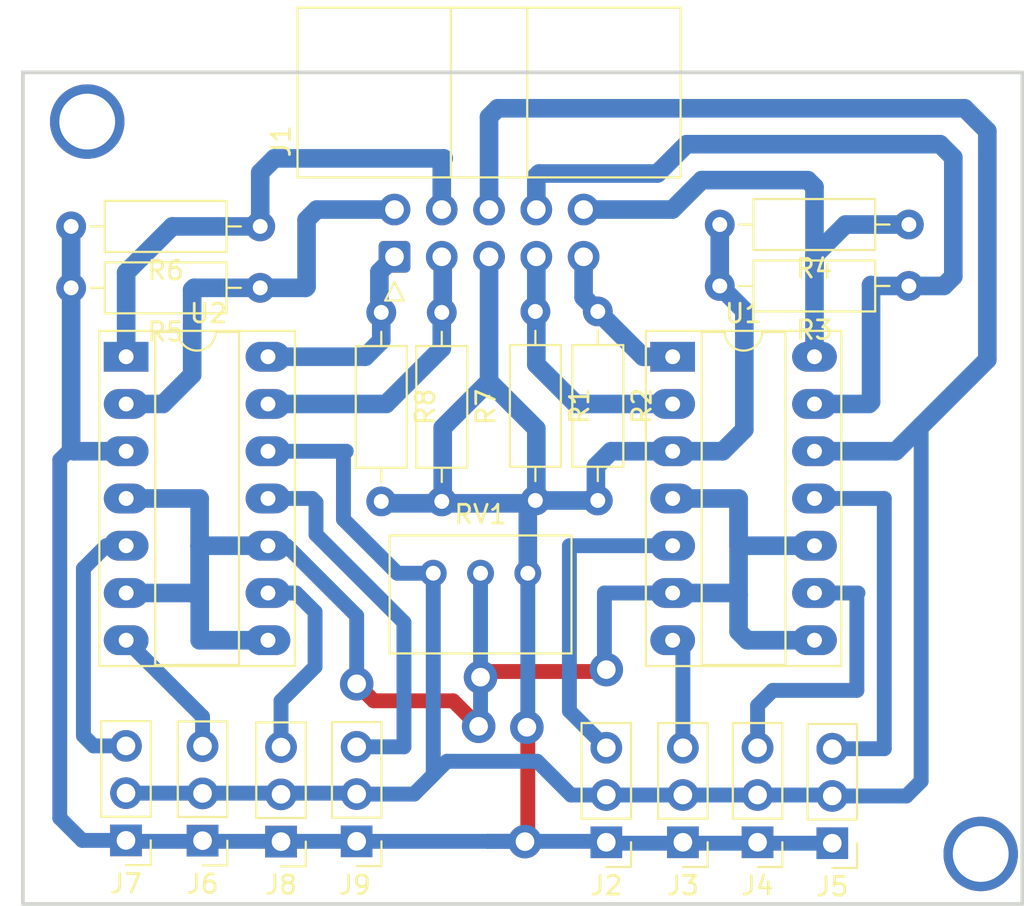
<source format=kicad_pcb>
(kicad_pcb (version 20221018) (generator pcbnew)
  (layers (0 "F.Cu" signal) (31 "B.Cu" signal) (34 "B.Paste" user) (35 "F.Paste" user) (36 "B.SilkS" user "B.Silkscreen") (37 "F.SilkS" user "F.Silkscreen") (38 "B.Mask" user) (39 "F.Mask" user) (44 "Edge.Cuts" user))
  (net 0 "")
  (net 1 "/S4")
  (net 2 "/S8")
  (net 3 "/S3")
  (net 4 "/S7")
  (net 5 "+5V")
  (net 6 "GND")
  (net 7 "/S2")
  (net 8 "/S6")
  (net 9 "/S1")
  (net 10 "/S5")
  (net 11 "/D2")
  (net 12 "/D1")
  (net 13 "/D6")
  (net 14 "/D5")
  (net 15 "/D4")
  (net 16 "/D3")
  (net 17 "/D7")
  (net 18 "/D8")
  (net 19 "/Vref")
  (net 20 "Net-(R4-Pad1)")
  (net 21 "Net-(R3-Pad1)")
  (footprint "Connector_PinHeader_2.54mm:PinHeader_1x03_P2.54mm_Vertical" (layer "F.Cu") (at 56.5404 61.65225 180)
    (fp_text reference "J5" (at 0 -2.33) (layer "F.SilkS"))
    (fp_text value "Conn_01x03_Male")
    (fp_line (start -1.33 -1.33) (end 0 -1.33) (stroke (width 0.12)) (layer "F.SilkS"))
    (fp_line (start -1.33 0) (end -1.33 -1.33) (stroke (width 0.12)) (layer "F.SilkS"))
    (fp_line (start -1.33 1.27) (end -1.33 6.41) (stroke (width 0.12)) (layer "F.SilkS"))
    (fp_line (start -1.33 1.27) (end 1.33 1.27) (stroke (width 0.12)) (layer "F.SilkS"))
    (fp_line (start -1.33 6.41) (end 1.33 6.41) (stroke (width 0.12)) (layer "F.SilkS"))
    (fp_line (start 1.33 1.27) (end 1.33 6.41) (stroke (width 0.12)) (layer "F.SilkS"))
    (pad "1" thru_hole rect (at 0 0 180) (size 1.7 1.7) (drill 1) (layers "*.Cu" "*.Mask") (net 5 "+5V"))
    (pad "2" thru_hole oval (at 0 2.54 180) (size 1.7 1.7) (drill 1) (layers "*.Cu" "*.Mask") (net 6 "GND"))
    (pad "3" thru_hole oval (at 0 5.08 180) (size 1.7 1.7) (drill 1) (layers "*.Cu" "*.Mask") (net 14 "/D5"))
  )
  (footprint "" (layer "F.Cu") (at 64.516 62.23)
    (fp_text reference "" (at 0 0) (layer "F.SilkS") (effects (font (size 1.27 1.27))))
    (fp_text value "" (at 0 0) (layer "F.SilkS") (effects (font (size 1.27 1.27))))
    (pad "1" thru_hole circle (at 0 0) (size 4 4) (drill 3) (layers "*.Cu" "*.Mask"))
  )
  (footprint "Resistor_THT:R_Axial_DIN0207_L6.3mm_D2.5mm_P10.16mm_Horizontal" (layer "F.Cu") (at 32.3088 33.11765 -90)
    (fp_text reference "R8" (at 5.08 -2.37 90) (layer "F.SilkS"))
    (fp_text value "R")
    (fp_line (start 1.04 0) (end 1.81 0) (stroke (width 0.12)) (layer "F.SilkS"))
    (fp_line (start 1.81 -1.37) (end 1.81 1.37) (stroke (width 0.12)) (layer "F.SilkS"))
    (fp_line (start 1.81 1.37) (end 8.35 1.37) (stroke (width 0.12)) (layer "F.SilkS"))
    (fp_line (start 8.35 -1.37) (end 1.81 -1.37) (stroke (width 0.12)) (layer "F.SilkS"))
    (fp_line (start 8.35 1.37) (end 8.35 -1.37) (stroke (width 0.12)) (layer "F.SilkS"))
    (fp_line (start 9.12 0) (end 8.35 0) (stroke (width 0.12)) (layer "F.SilkS"))
    (pad "1" thru_hole circle (at 0 0 270) (size 1.6 1.6) (drill 0.8) (layers "*.Cu" "*.Mask") (net 1 "/S4"))
    (pad "2" thru_hole oval (at 10.16 0 270) (size 1.6 1.6) (drill 0.8) (layers "*.Cu" "*.Mask") (net 5 "+5V"))
  )
  (footprint "Resistor_THT:R_Axial_DIN0207_L6.3mm_D2.5mm_P10.16mm_Horizontal" (layer "F.Cu") (at 40.5892 33.06685 -90)
    (fp_text reference "R1" (at 5.08 -2.37 90) (layer "F.SilkS"))
    (fp_text value "R")
    (fp_line (start 1.04 0) (end 1.81 0) (stroke (width 0.12)) (layer "F.SilkS"))
    (fp_line (start 1.81 -1.37) (end 1.81 1.37) (stroke (width 0.12)) (layer "F.SilkS"))
    (fp_line (start 1.81 1.37) (end 8.35 1.37) (stroke (width 0.12)) (layer "F.SilkS"))
    (fp_line (start 8.35 -1.37) (end 1.81 -1.37) (stroke (width 0.12)) (layer "F.SilkS"))
    (fp_line (start 8.35 1.37) (end 8.35 -1.37) (stroke (width 0.12)) (layer "F.SilkS"))
    (fp_line (start 9.12 0) (end 8.35 0) (stroke (width 0.12)) (layer "F.SilkS"))
    (pad "1" thru_hole circle (at 0 0 270) (size 1.6 1.6) (drill 0.8) (layers "*.Cu" "*.Mask") (net 7 "/S2"))
    (pad "2" thru_hole oval (at 10.16 0 270) (size 1.6 1.6) (drill 0.8) (layers "*.Cu" "*.Mask") (net 5 "+5V"))
  )
  (footprint "Connector_IDC:IDC-Header_2x05_P2.54mm_Horizontal" (layer "F.Cu") (at 33.02 30.12835 90)
    (fp_text reference "J1" (at 6.215 -6.1 90) (layer "F.SilkS"))
    (fp_text value "Control Sensores")
    (fp_line (start -2.35 -0.5) (end -2.35 0.5) (stroke (width 0.12)) (layer "F.SilkS"))
    (fp_line (start -2.35 0.5) (end -1.35 0) (stroke (width 0.12)) (layer "F.SilkS"))
    (fp_line (start -1.35 0) (end -2.35 -0.5) (stroke (width 0.12)) (layer "F.SilkS"))
    (fp_line (start 4.27 -5.21) (end 13.39 -5.21) (stroke (width 0.12)) (layer "F.SilkS"))
    (fp_line (start 4.27 3.03) (end 13.39 3.03) (stroke (width 0.12)) (layer "F.SilkS"))
    (fp_line (start 4.27 7.13) (end 13.39 7.13) (stroke (width 0.12)) (layer "F.SilkS"))
    (fp_line (start 4.27 15.37) (end 4.27 -5.21) (stroke (width 0.12)) (layer "F.SilkS"))
    (fp_line (start 13.39 -5.21) (end 13.39 15.37) (stroke (width 0.12)) (layer "F.SilkS"))
    (fp_line (start 13.39 15.37) (end 4.27 15.37) (stroke (width 0.12)) (layer "F.SilkS"))
    (pad "1" thru_hole roundrect (at 0 0 90) (size 1.7 1.7) (drill 1) (layers "*.Cu" "*.Mask") (roundrect_rratio 0.147059) (net 1 "/S4"))
    (pad "2" thru_hole circle (at 2.54 0 90) (size 1.7 1.7) (drill 1) (layers "*.Cu" "*.Mask") (net 2 "/S8"))
    (pad "3" thru_hole circle (at 0 2.54 90) (size 1.7 1.7) (drill 1) (layers "*.Cu" "*.Mask") (net 3 "/S3"))
    (pad "4" thru_hole circle (at 2.54 2.54 90) (size 1.7 1.7) (drill 1) (layers "*.Cu" "*.Mask") (net 4 "/S7"))
    (pad "5" thru_hole circle (at 0 5.08 90) (size 1.7 1.7) (drill 1) (layers "*.Cu" "*.Mask") (net 5 "+5V"))
    (pad "6" thru_hole circle (at 2.54 5.08 90) (size 1.7 1.7) (drill 1) (layers "*.Cu" "*.Mask") (net 6 "GND"))
    (pad "7" thru_hole circle (at 0 7.62 90) (size 1.7 1.7) (drill 1) (layers "*.Cu" "*.Mask") (net 7 "/S2"))
    (pad "8" thru_hole circle (at 2.54 7.62 90) (size 1.7 1.7) (drill 1) (layers "*.Cu" "*.Mask") (net 8 "/S6"))
    (pad "9" thru_hole circle (at 0 10.16 90) (size 1.7 1.7) (drill 1) (layers "*.Cu" "*.Mask") (net 9 "/S1"))
    (pad "10" thru_hole circle (at 2.54 10.16 90) (size 1.7 1.7) (drill 1) (layers "*.Cu" "*.Mask") (net 10 "/S5"))
  )
  (footprint "Package_DIP:DIP-14_W7.62mm_Socket_LongPads" (layer "F.Cu") (at 47.9652 35.50025)
    (fp_text reference "U1" (at 3.81 -2.33) (layer "F.SilkS"))
    (fp_text value "LM339")
    (fp_line (start -1.44 -1.39) (end -1.44 16.63) (stroke (width 0.12)) (layer "F.SilkS"))
    (fp_line (start -1.44 16.63) (end 9.06 16.63) (stroke (width 0.12)) (layer "F.SilkS"))
    (fp_line (start 1.56 -1.33) (end 1.56 16.57) (stroke (width 0.12)) (layer "F.SilkS"))
    (fp_line (start 1.56 16.57) (end 6.06 16.57) (stroke (width 0.12)) (layer "F.SilkS"))
    (fp_line (start 2.81 -1.33) (end 1.56 -1.33) (stroke (width 0.12)) (layer "F.SilkS"))
    (fp_line (start 6.06 -1.33) (end 4.81 -1.33) (stroke (width 0.12)) (layer "F.SilkS"))
    (fp_line (start 6.06 16.57) (end 6.06 -1.33) (stroke (width 0.12)) (layer "F.SilkS"))
    (fp_line (start 9.06 -1.39) (end -1.44 -1.39) (stroke (width 0.12)) (layer "F.SilkS"))
    (fp_line (start 9.06 16.63) (end 9.06 -1.39) (stroke (width 0.12)) (layer "F.SilkS"))
    (fp_arc (start 4.81 -1.33) (mid 3.81 -0.33) (end 2.81 -1.33) (stroke (width 0.12)) (layer "F.SilkS"))
    (pad "1" thru_hole rect (at 0 0) (size 2.4 1.6) (drill 0.8) (layers "*.Cu" "*.Mask") (net 9 "/S1"))
    (pad "2" thru_hole oval (at 0 2.54) (size 2.4 1.6) (drill 0.8) (layers "*.Cu" "*.Mask") (net 7 "/S2"))
    (pad "3" thru_hole oval (at 0 5.08) (size 2.4 1.6) (drill 0.8) (layers "*.Cu" "*.Mask") (net 5 "+5V"))
    (pad "4" thru_hole oval (at 0 7.62) (size 2.4 1.6) (drill 0.8) (layers "*.Cu" "*.Mask") (net 19 "/Vref"))
    (pad "5" thru_hole oval (at 0 10.16) (size 2.4 1.6) (drill 0.8) (layers "*.Cu" "*.Mask") (net 11 "/D2"))
    (pad "6" thru_hole oval (at 0 12.7) (size 2.4 1.6) (drill 0.8) (layers "*.Cu" "*.Mask") (net 19 "/Vref"))
    (pad "7" thru_hole oval (at 0 15.24) (size 2.4 1.6) (drill 0.8) (layers "*.Cu" "*.Mask") (net 12 "/D1"))
    (pad "8" thru_hole oval (at 7.62 15.24) (size 2.4 1.6) (drill 0.8) (layers "*.Cu" "*.Mask") (net 19 "/Vref"))
    (pad "9" thru_hole oval (at 7.62 12.7) (size 2.4 1.6) (drill 0.8) (layers "*.Cu" "*.Mask") (net 13 "/D6"))
    (pad "10" thru_hole oval (at 7.62 10.16) (size 2.4 1.6) (drill 0.8) (layers "*.Cu" "*.Mask") (net 19 "/Vref"))
    (pad "11" thru_hole oval (at 7.62 7.62) (size 2.4 1.6) (drill 0.8) (layers "*.Cu" "*.Mask") (net 14 "/D5"))
    (pad "12" thru_hole oval (at 7.62 5.08) (size 2.4 1.6) (drill 0.8) (layers "*.Cu" "*.Mask") (net 6 "GND"))
    (pad "13" thru_hole oval (at 7.62 2.54) (size 2.4 1.6) (drill 0.8) (layers "*.Cu" "*.Mask") (net 21 "Net-(R3-Pad1)"))
    (pad "14" thru_hole oval (at 7.62 0) (size 2.4 1.6) (drill 0.8) (layers "*.Cu" "*.Mask") (net 20 "Net-(R4-Pad1)"))
  )
  (footprint "" (layer "F.Cu") (at 16.51 22.86)
    (fp_text reference "" (at 0 0) (layer "F.SilkS") (effects (font (size 1.27 1.27))))
    (fp_text value "" (at 0 0) (layer "F.SilkS") (effects (font (size 1.27 1.27))))
    (pad "1" thru_hole circle (at 0 0) (size 4 4) (drill 3) (layers "*.Cu" "*.Mask"))
  )
  (footprint "Connector_PinHeader_2.54mm:PinHeader_1x03_P2.54mm_Vertical" (layer "F.Cu") (at 52.5272 61.60145 180)
    (fp_text reference "J4" (at 0 -2.33) (layer "F.SilkS"))
    (fp_text value "Conn_01x03_Male")
    (fp_line (start -1.33 -1.33) (end 0 -1.33) (stroke (width 0.12)) (layer "F.SilkS"))
    (fp_line (start -1.33 0) (end -1.33 -1.33) (stroke (width 0.12)) (layer "F.SilkS"))
    (fp_line (start -1.33 1.27) (end -1.33 6.41) (stroke (width 0.12)) (layer "F.SilkS"))
    (fp_line (start -1.33 1.27) (end 1.33 1.27) (stroke (width 0.12)) (layer "F.SilkS"))
    (fp_line (start -1.33 6.41) (end 1.33 6.41) (stroke (width 0.12)) (layer "F.SilkS"))
    (fp_line (start 1.33 1.27) (end 1.33 6.41) (stroke (width 0.12)) (layer "F.SilkS"))
    (pad "1" thru_hole rect (at 0 0 180) (size 1.7 1.7) (drill 1) (layers "*.Cu" "*.Mask") (net 5 "+5V"))
    (pad "2" thru_hole oval (at 0 2.54 180) (size 1.7 1.7) (drill 1) (layers "*.Cu" "*.Mask") (net 6 "GND"))
    (pad "3" thru_hole oval (at 0 5.08 180) (size 1.7 1.7) (drill 1) (layers "*.Cu" "*.Mask") (net 13 "/D6"))
  )
  (footprint "Resistor_THT:R_Axial_DIN0207_L6.3mm_D2.5mm_P10.16mm_Horizontal" (layer "F.Cu") (at 25.8064 28.49485 180)
    (fp_text reference "R6" (at 5.08 -2.37) (layer "F.SilkS"))
    (fp_text value "R")
    (fp_line (start 1.04 0) (end 1.81 0) (stroke (width 0.12)) (layer "F.SilkS"))
    (fp_line (start 1.81 -1.37) (end 1.81 1.37) (stroke (width 0.12)) (layer "F.SilkS"))
    (fp_line (start 1.81 1.37) (end 8.35 1.37) (stroke (width 0.12)) (layer "F.SilkS"))
    (fp_line (start 8.35 -1.37) (end 1.81 -1.37) (stroke (width 0.12)) (layer "F.SilkS"))
    (fp_line (start 8.35 1.37) (end 8.35 -1.37) (stroke (width 0.12)) (layer "F.SilkS"))
    (fp_line (start 9.12 0) (end 8.35 0) (stroke (width 0.12)) (layer "F.SilkS"))
    (pad "1" thru_hole circle (at 0 0 180) (size 1.6 1.6) (drill 0.8) (layers "*.Cu" "*.Mask") (net 4 "/S7"))
    (pad "2" thru_hole oval (at 10.16 0 180) (size 1.6 1.6) (drill 0.8) (layers "*.Cu" "*.Mask") (net 5 "+5V"))
  )
  (footprint "Connector_PinHeader_2.54mm:PinHeader_1x03_P2.54mm_Vertical" (layer "F.Cu") (at 22.7076 61.51485 180)
    (fp_text reference "J6" (at 0 -2.33) (layer "F.SilkS"))
    (fp_text value "Conn_01x03_Male")
    (fp_line (start -1.33 -1.33) (end 0 -1.33) (stroke (width 0.12)) (layer "F.SilkS"))
    (fp_line (start -1.33 0) (end -1.33 -1.33) (stroke (width 0.12)) (layer "F.SilkS"))
    (fp_line (start -1.33 1.27) (end -1.33 6.41) (stroke (width 0.12)) (layer "F.SilkS"))
    (fp_line (start -1.33 1.27) (end 1.33 1.27) (stroke (width 0.12)) (layer "F.SilkS"))
    (fp_line (start -1.33 6.41) (end 1.33 6.41) (stroke (width 0.12)) (layer "F.SilkS"))
    (fp_line (start 1.33 1.27) (end 1.33 6.41) (stroke (width 0.12)) (layer "F.SilkS"))
    (pad "1" thru_hole rect (at 0 0 180) (size 1.7 1.7) (drill 1) (layers "*.Cu" "*.Mask") (net 5 "+5V"))
    (pad "2" thru_hole oval (at 0 2.54 180) (size 1.7 1.7) (drill 1) (layers "*.Cu" "*.Mask") (net 6 "GND"))
    (pad "3" thru_hole oval (at 0 5.08 180) (size 1.7 1.7) (drill 1) (layers "*.Cu" "*.Mask") (net 15 "/D4"))
  )
  (footprint "Resistor_THT:R_Axial_DIN0207_L6.3mm_D2.5mm_P10.16mm_Horizontal" (layer "F.Cu") (at 60.6552 31.69525 180)
    (fp_text reference "R3" (at 5.08 -2.37) (layer "F.SilkS"))
    (fp_text value "R")
    (fp_line (start 1.04 0) (end 1.81 0) (stroke (width 0.12)) (layer "F.SilkS"))
    (fp_line (start 1.81 -1.37) (end 1.81 1.37) (stroke (width 0.12)) (layer "F.SilkS"))
    (fp_line (start 1.81 1.37) (end 8.35 1.37) (stroke (width 0.12)) (layer "F.SilkS"))
    (fp_line (start 8.35 -1.37) (end 1.81 -1.37) (stroke (width 0.12)) (layer "F.SilkS"))
    (fp_line (start 8.35 1.37) (end 8.35 -1.37) (stroke (width 0.12)) (layer "F.SilkS"))
    (fp_line (start 9.12 0) (end 8.35 0) (stroke (width 0.12)) (layer "F.SilkS"))
    (pad "1" thru_hole circle (at 0 0 180) (size 1.6 1.6) (drill 0.8) (layers "*.Cu" "*.Mask") (net 21 "Net-(R3-Pad1)"))
    (pad "2" thru_hole oval (at 10.16 0 180) (size 1.6 1.6) (drill 0.8) (layers "*.Cu" "*.Mask") (net 5 "+5V"))
  )
  (footprint "Resistor_THT:R_Axial_DIN0207_L6.3mm_D2.5mm_P10.16mm_Horizontal" (layer "F.Cu") (at 43.942 33.06685 -90)
    (fp_text reference "R2" (at 5.08 -2.37 90) (layer "F.SilkS"))
    (fp_text value "R")
    (fp_line (start 1.04 0) (end 1.81 0) (stroke (width 0.12)) (layer "F.SilkS"))
    (fp_line (start 1.81 -1.37) (end 1.81 1.37) (stroke (width 0.12)) (layer "F.SilkS"))
    (fp_line (start 1.81 1.37) (end 8.35 1.37) (stroke (width 0.12)) (layer "F.SilkS"))
    (fp_line (start 8.35 -1.37) (end 1.81 -1.37) (stroke (width 0.12)) (layer "F.SilkS"))
    (fp_line (start 8.35 1.37) (end 8.35 -1.37) (stroke (width 0.12)) (layer "F.SilkS"))
    (fp_line (start 9.12 0) (end 8.35 0) (stroke (width 0.12)) (layer "F.SilkS"))
    (pad "1" thru_hole circle (at 0 0 270) (size 1.6 1.6) (drill 0.8) (layers "*.Cu" "*.Mask") (net 9 "/S1"))
    (pad "2" thru_hole oval (at 10.16 0 270) (size 1.6 1.6) (drill 0.8) (layers "*.Cu" "*.Mask") (net 5 "+5V"))
  )
  (footprint "Resistor_THT:R_Axial_DIN0207_L6.3mm_D2.5mm_P10.16mm_Horizontal" (layer "F.Cu") (at 35.56 33.11765 -90)
    (fp_text reference "R7" (at 5.08 -2.37 90) (layer "F.SilkS"))
    (fp_text value "R")
    (fp_line (start 1.04 0) (end 1.81 0) (stroke (width 0.12)) (layer "F.SilkS"))
    (fp_line (start 1.81 -1.37) (end 1.81 1.37) (stroke (width 0.12)) (layer "F.SilkS"))
    (fp_line (start 1.81 1.37) (end 8.35 1.37) (stroke (width 0.12)) (layer "F.SilkS"))
    (fp_line (start 8.35 -1.37) (end 1.81 -1.37) (stroke (width 0.12)) (layer "F.SilkS"))
    (fp_line (start 8.35 1.37) (end 8.35 -1.37) (stroke (width 0.12)) (layer "F.SilkS"))
    (fp_line (start 9.12 0) (end 8.35 0) (stroke (width 0.12)) (layer "F.SilkS"))
    (pad "1" thru_hole circle (at 0 0 270) (size 1.6 1.6) (drill 0.8) (layers "*.Cu" "*.Mask") (net 3 "/S3"))
    (pad "2" thru_hole oval (at 10.16 0 270) (size 1.6 1.6) (drill 0.8) (layers "*.Cu" "*.Mask") (net 5 "+5V"))
  )
  (footprint "Connector_PinHeader_2.54mm:PinHeader_1x03_P2.54mm_Vertical" (layer "F.Cu") (at 26.924 61.56565 180)
    (fp_text reference "J8" (at 0 -2.33) (layer "F.SilkS"))
    (fp_text value "Conn_01x03_Male")
    (fp_line (start -1.33 -1.33) (end 0 -1.33) (stroke (width 0.12)) (layer "F.SilkS"))
    (fp_line (start -1.33 0) (end -1.33 -1.33) (stroke (width 0.12)) (layer "F.SilkS"))
    (fp_line (start -1.33 1.27) (end -1.33 6.41) (stroke (width 0.12)) (layer "F.SilkS"))
    (fp_line (start -1.33 1.27) (end 1.33 1.27) (stroke (width 0.12)) (layer "F.SilkS"))
    (fp_line (start -1.33 6.41) (end 1.33 6.41) (stroke (width 0.12)) (layer "F.SilkS"))
    (fp_line (start 1.33 1.27) (end 1.33 6.41) (stroke (width 0.12)) (layer "F.SilkS"))
    (pad "1" thru_hole rect (at 0 0 180) (size 1.7 1.7) (drill 1) (layers "*.Cu" "*.Mask") (net 5 "+5V"))
    (pad "2" thru_hole oval (at 0 2.54 180) (size 1.7 1.7) (drill 1) (layers "*.Cu" "*.Mask") (net 6 "GND"))
    (pad "3" thru_hole oval (at 0 5.08 180) (size 1.7 1.7) (drill 1) (layers "*.Cu" "*.Mask") (net 17 "/D7"))
  )
  (footprint "Connector_PinHeader_2.54mm:PinHeader_1x03_P2.54mm_Vertical" (layer "F.Cu") (at 48.514 61.60145 180)
    (fp_text reference "J3" (at 0 -2.33) (layer "F.SilkS"))
    (fp_text value "Conn_01x03_Male")
    (fp_line (start -1.33 -1.33) (end 0 -1.33) (stroke (width 0.12)) (layer "F.SilkS"))
    (fp_line (start -1.33 0) (end -1.33 -1.33) (stroke (width 0.12)) (layer "F.SilkS"))
    (fp_line (start -1.33 1.27) (end -1.33 6.41) (stroke (width 0.12)) (layer "F.SilkS"))
    (fp_line (start -1.33 1.27) (end 1.33 1.27) (stroke (width 0.12)) (layer "F.SilkS"))
    (fp_line (start -1.33 6.41) (end 1.33 6.41) (stroke (width 0.12)) (layer "F.SilkS"))
    (fp_line (start 1.33 1.27) (end 1.33 6.41) (stroke (width 0.12)) (layer "F.SilkS"))
    (pad "1" thru_hole rect (at 0 0 180) (size 1.7 1.7) (drill 1) (layers "*.Cu" "*.Mask") (net 5 "+5V"))
    (pad "2" thru_hole oval (at 0 2.54 180) (size 1.7 1.7) (drill 1) (layers "*.Cu" "*.Mask") (net 6 "GND"))
    (pad "3" thru_hole oval (at 0 5.08 180) (size 1.7 1.7) (drill 1) (layers "*.Cu" "*.Mask") (net 12 "/D1"))
  )
  (footprint "Resistor_THT:R_Axial_DIN0207_L6.3mm_D2.5mm_P10.16mm_Horizontal" (layer "F.Cu") (at 60.6552 28.39325 180)
    (fp_text reference "R4" (at 5.08 -2.37) (layer "F.SilkS"))
    (fp_text value "R")
    (fp_line (start 1.04 0) (end 1.81 0) (stroke (width 0.12)) (layer "F.SilkS"))
    (fp_line (start 1.81 -1.37) (end 1.81 1.37) (stroke (width 0.12)) (layer "F.SilkS"))
    (fp_line (start 1.81 1.37) (end 8.35 1.37) (stroke (width 0.12)) (layer "F.SilkS"))
    (fp_line (start 8.35 -1.37) (end 1.81 -1.37) (stroke (width 0.12)) (layer "F.SilkS"))
    (fp_line (start 8.35 1.37) (end 8.35 -1.37) (stroke (width 0.12)) (layer "F.SilkS"))
    (fp_line (start 9.12 0) (end 8.35 0) (stroke (width 0.12)) (layer "F.SilkS"))
    (pad "1" thru_hole circle (at 0 0 180) (size 1.6 1.6) (drill 0.8) (layers "*.Cu" "*.Mask") (net 20 "Net-(R4-Pad1)"))
    (pad "2" thru_hole oval (at 10.16 0 180) (size 1.6 1.6) (drill 0.8) (layers "*.Cu" "*.Mask") (net 5 "+5V"))
  )
  (footprint "Package_DIP:DIP-14_W7.62mm_Socket_LongPads" (layer "F.Cu") (at 18.6028 35.50025)
    (fp_text reference "U2" (at 4.4196 -2.33) (layer "F.SilkS"))
    (fp_text value "LM339")
    (fp_line (start -1.44 -1.39) (end -1.44 16.63) (stroke (width 0.12)) (layer "F.SilkS"))
    (fp_line (start -1.44 16.63) (end 9.06 16.63) (stroke (width 0.12)) (layer "F.SilkS"))
    (fp_line (start 1.56 -1.33) (end 1.56 16.57) (stroke (width 0.12)) (layer "F.SilkS"))
    (fp_line (start 1.56 16.57) (end 6.06 16.57) (stroke (width 0.12)) (layer "F.SilkS"))
    (fp_line (start 2.81 -1.33) (end 1.56 -1.33) (stroke (width 0.12)) (layer "F.SilkS"))
    (fp_line (start 6.06 -1.33) (end 4.81 -1.33) (stroke (width 0.12)) (layer "F.SilkS"))
    (fp_line (start 6.06 16.57) (end 6.06 -1.33) (stroke (width 0.12)) (layer "F.SilkS"))
    (fp_line (start 9.06 -1.39) (end -1.44 -1.39) (stroke (width 0.12)) (layer "F.SilkS"))
    (fp_line (start 9.06 16.63) (end 9.06 -1.39) (stroke (width 0.12)) (layer "F.SilkS"))
    (fp_arc (start 4.81 -1.33) (mid 3.81 -0.33) (end 2.81 -1.33) (stroke (width 0.12)) (layer "F.SilkS"))
    (pad "1" thru_hole rect (at 0 0) (size 2.4 1.6) (drill 0.8) (layers "*.Cu" "*.Mask") (net 4 "/S7"))
    (pad "2" thru_hole oval (at 0 2.54) (size 2.4 1.6) (drill 0.8) (layers "*.Cu" "*.Mask") (net 2 "/S8"))
    (pad "3" thru_hole oval (at 0 5.08) (size 2.4 1.6) (drill 0.8) (layers "*.Cu" "*.Mask") (net 5 "+5V"))
    (pad "4" thru_hole oval (at 0 7.62) (size 2.4 1.6) (drill 0.8) (layers "*.Cu" "*.Mask") (net 19 "/Vref"))
    (pad "5" thru_hole oval (at 0 10.16) (size 2.4 1.6) (drill 0.8) (layers "*.Cu" "*.Mask") (net 16 "/D3"))
    (pad "6" thru_hole oval (at 0 12.7) (size 2.4 1.6) (drill 0.8) (layers "*.Cu" "*.Mask") (net 19 "/Vref"))
    (pad "7" thru_hole oval (at 0 15.24) (size 2.4 1.6) (drill 0.8) (layers "*.Cu" "*.Mask") (net 15 "/D4"))
    (pad "8" thru_hole oval (at 7.62 15.24) (size 2.4 1.6) (drill 0.8) (layers "*.Cu" "*.Mask") (net 19 "/Vref"))
    (pad "9" thru_hole oval (at 7.62 12.7) (size 2.4 1.6) (drill 0.8) (layers "*.Cu" "*.Mask") (net 17 "/D7"))
    (pad "10" thru_hole oval (at 7.62 10.16) (size 2.4 1.6) (drill 0.8) (layers "*.Cu" "*.Mask") (net 19 "/Vref"))
    (pad "11" thru_hole oval (at 7.62 7.62) (size 2.4 1.6) (drill 0.8) (layers "*.Cu" "*.Mask") (net 18 "/D8"))
    (pad "12" thru_hole oval (at 7.62 5.08) (size 2.4 1.6) (drill 0.8) (layers "*.Cu" "*.Mask") (net 6 "GND"))
    (pad "13" thru_hole oval (at 7.62 2.54) (size 2.4 1.6) (drill 0.8) (layers "*.Cu" "*.Mask") (net 3 "/S3"))
    (pad "14" thru_hole oval (at 7.62 0) (size 2.4 1.6) (drill 0.8) (layers "*.Cu" "*.Mask") (net 1 "/S4"))
  )
  (footprint "Connector_PinHeader_2.54mm:PinHeader_1x03_P2.54mm_Vertical" (layer "F.Cu") (at 30.988 61.55065 180)
    (fp_text reference "J9" (at 0.1016 -2.3518) (layer "F.SilkS"))
    (fp_text value "Conn_01x03_Male")
    (fp_line (start -1.33 -1.33) (end 0 -1.33) (stroke (width 0.12)) (layer "F.SilkS"))
    (fp_line (start -1.33 0) (end -1.33 -1.33) (stroke (width 0.12)) (layer "F.SilkS"))
    (fp_line (start -1.33 1.27) (end -1.33 6.41) (stroke (width 0.12)) (layer "F.SilkS"))
    (fp_line (start -1.33 1.27) (end 1.33 1.27) (stroke (width 0.12)) (layer "F.SilkS"))
    (fp_line (start -1.33 6.41) (end 1.33 6.41) (stroke (width 0.12)) (layer "F.SilkS"))
    (fp_line (start 1.33 1.27) (end 1.33 6.41) (stroke (width 0.12)) (layer "F.SilkS"))
    (pad "1" thru_hole rect (at 0 0 180) (size 1.7 1.7) (drill 1) (layers "*.Cu" "*.Mask") (net 5 "+5V"))
    (pad "2" thru_hole oval (at 0 2.54 180) (size 1.7 1.7) (drill 1) (layers "*.Cu" "*.Mask") (net 6 "GND"))
    (pad "3" thru_hole oval (at 0 5.08 180) (size 1.7 1.7) (drill 1) (layers "*.Cu" "*.Mask") (net 18 "/D8"))
  )
  (footprint "Connector_PinHeader_2.54mm:PinHeader_1x03_P2.54mm_Vertical" (layer "F.Cu") (at 44.3992 61.60145 180)
    (fp_text reference "J2" (at 0 -2.33) (layer "F.SilkS"))
    (fp_text value "Conn_01x03_Male")
    (fp_line (start -1.33 -1.33) (end 0 -1.33) (stroke (width 0.12)) (layer "F.SilkS"))
    (fp_line (start -1.33 0) (end -1.33 -1.33) (stroke (width 0.12)) (layer "F.SilkS"))
    (fp_line (start -1.33 1.27) (end -1.33 6.41) (stroke (width 0.12)) (layer "F.SilkS"))
    (fp_line (start -1.33 1.27) (end 1.33 1.27) (stroke (width 0.12)) (layer "F.SilkS"))
    (fp_line (start -1.33 6.41) (end 1.33 6.41) (stroke (width 0.12)) (layer "F.SilkS"))
    (fp_line (start 1.33 1.27) (end 1.33 6.41) (stroke (width 0.12)) (layer "F.SilkS"))
    (pad "1" thru_hole rect (at 0 0 180) (size 1.7 1.7) (drill 1) (layers "*.Cu" "*.Mask") (net 5 "+5V"))
    (pad "2" thru_hole oval (at 0 2.54 180) (size 1.7 1.7) (drill 1) (layers "*.Cu" "*.Mask") (net 6 "GND"))
    (pad "3" thru_hole oval (at 0 5.08 180) (size 1.7 1.7) (drill 1) (layers "*.Cu" "*.Mask") (net 11 "/D2"))
  )
  (footprint "Potentiometer_THT:Potentiometer_Bourns_3299W_Vertical" (layer "F.Cu") (at 40.1828 47.13845)
    (fp_text reference "RV1" (at -2.54 -3.16) (layer "F.SilkS"))
    (fp_text value "R_Potentiometer")
    (fp_line (start -7.425 -2.03) (end -7.425 4.31) (stroke (width 0.12)) (layer "F.SilkS"))
    (fp_line (start -7.425 -2.03) (end 2.345 -2.03) (stroke (width 0.12)) (layer "F.SilkS"))
    (fp_line (start -7.425 4.31) (end 2.345 4.31) (stroke (width 0.12)) (layer "F.SilkS"))
    (fp_line (start 2.345 -2.03) (end 2.345 4.31) (stroke (width 0.12)) (layer "F.SilkS"))
    (pad "1" thru_hole circle (at 0 0) (size 1.44 1.44) (drill 0.8) (layers "*.Cu" "*.Mask") (net 5 "+5V"))
    (pad "2" thru_hole circle (at -2.54 0) (size 1.44 1.44) (drill 0.8) (layers "*.Cu" "*.Mask") (net 19 "/Vref"))
    (pad "3" thru_hole circle (at -5.08 0) (size 1.44 1.44) (drill 0.8) (layers "*.Cu" "*.Mask") (net 6 "GND"))
  )
  (footprint "Resistor_THT:R_Axial_DIN0207_L6.3mm_D2.5mm_P10.16mm_Horizontal" (layer "F.Cu") (at 25.8064 31.79685 180)
    (fp_text reference "R5" (at 5.08 -2.37) (layer "F.SilkS"))
    (fp_text value "R")
    (fp_line (start 1.04 0) (end 1.81 0) (stroke (width 0.12)) (layer "F.SilkS"))
    (fp_line (start 1.81 -1.37) (end 1.81 1.37) (stroke (width 0.12)) (layer "F.SilkS"))
    (fp_line (start 1.81 1.37) (end 8.35 1.37) (stroke (width 0.12)) (layer "F.SilkS"))
    (fp_line (start 8.35 -1.37) (end 1.81 -1.37) (stroke (width 0.12)) (layer "F.SilkS"))
    (fp_line (start 8.35 1.37) (end 8.35 -1.37) (stroke (width 0.12)) (layer "F.SilkS"))
    (fp_line (start 9.12 0) (end 8.35 0) (stroke (width 0.12)) (layer "F.SilkS"))
    (pad "1" thru_hole circle (at 0 0 180) (size 1.6 1.6) (drill 0.8) (layers "*.Cu" "*.Mask") (net 2 "/S8"))
    (pad "2" thru_hole oval (at 10.16 0 180) (size 1.6 1.6) (drill 0.8) (layers "*.Cu" "*.Mask") (net 5 "+5V"))
  )
  (footprint "Connector_PinHeader_2.54mm:PinHeader_1x03_P2.54mm_Vertical" (layer "F.Cu") (at 18.5928 61.49985 180)
    (fp_text reference "J7" (at 0 -2.33) (layer "F.SilkS"))
    (fp_text value "Conn_01x03_Male")
    (fp_line (start -1.33 -1.33) (end 0 -1.33) (stroke (width 0.12)) (layer "F.SilkS"))
    (fp_line (start -1.33 0) (end -1.33 -1.33) (stroke (width 0.12)) (layer "F.SilkS"))
    (fp_line (start -1.33 1.27) (end -1.33 6.41) (stroke (width 0.12)) (layer "F.SilkS"))
    (fp_line (start -1.33 1.27) (end 1.33 1.27) (stroke (width 0.12)) (layer "F.SilkS"))
    (fp_line (start -1.33 6.41) (end 1.33 6.41) (stroke (width 0.12)) (layer "F.SilkS"))
    (fp_line (start 1.33 1.27) (end 1.33 6.41) (stroke (width 0.12)) (layer "F.SilkS"))
    (pad "1" thru_hole rect (at 0 0 180) (size 1.7 1.7) (drill 1) (layers "*.Cu" "*.Mask") (net 5 "+5V"))
    (pad "2" thru_hole oval (at 0 2.54 180) (size 1.7 1.7) (drill 1) (layers "*.Cu" "*.Mask") (net 6 "GND"))
    (pad "3" thru_hole oval (at 0 5.08 180) (size 1.7 1.7) (drill 1) (layers "*.Cu" "*.Mask") (net 16 "/D3"))
  )
  (gr_rect (start 13.0556 20.21445) (end 66.7512 64.91845) (stroke (width 0.2)) (fill none) (layer "Edge.Cuts"))
  (segment (start 32.3088 34.64165) (end 32.3088 33.11765) (width 1) (layer "B.Cu") (net 1))
  (segment (start 31.4502 35.50025) (end 26.2228 35.50025) (width 1) (layer "B.Cu") (net 1))
  (segment (start 31.4502 35.50025) (end 32.3088 34.64165) (width 1) (layer "B.Cu") (net 1))
  (segment (start 32.2072 30.94115) (end 33.02 30.12835) (width 1) (layer "B.Cu") (net 1))
  (segment (start 32.2072 33.21925) (end 32.2072 30.94115) (width 1) (layer "B.Cu") (net 1))
  (segment (start 22.2504 31.79685) (end 25.8064 31.79685) (width 1) (layer "B.Cu") (net 2))
  (segment (start 28.2448 31.79685) (end 25.8064 31.79685) (width 1) (layer "B.Cu") (net 2))
  (segment (start 28.2956 31.74605) (end 28.2448 31.79685) (width 1) (layer "B.Cu") (net 2))
  (segment (start 22.1488 36.47045) (end 22.1488 31.89845) (width 1) (layer "B.Cu") (net 2))
  (segment (start 18.6028 38.04025) (end 20.579 38.04025) (width 1) (layer "B.Cu") (net 2))
  (segment (start 28.8465 27.58835) (end 28.2956 28.13925) (width 1) (layer "B.Cu") (net 2))
  (segment (start 22.1488 31.89845) (end 22.2504 31.79685) (width 1) (layer "B.Cu") (net 2))
  (segment (start 20.579 38.04025) (end 22.1488 36.47045) (width 1) (layer "B.Cu") (net 2))
  (segment (start 28.2956 28.13925) (end 28.2956 31.74605) (width 1) (layer "B.Cu") (net 2))
  (segment (start 33.02 27.58835) (end 28.8465 27.58835) (width 1) (layer "B.Cu") (net 2))
  (segment (start 35.6108 30.17915) (end 35.56 30.12835) (width 1) (layer "B.Cu") (net 3))
  (segment (start 35.6108 33.16845) (end 35.6108 30.17915) (width 1) (layer "B.Cu") (net 3))
  (segment (start 35.56 35.04805) (end 35.56 33.11765) (width 1) (layer "B.Cu") (net 3))
  (segment (start 32.5678 38.04025) (end 26.2228 38.04025) (width 1) (layer "B.Cu") (net 3))
  (segment (start 32.5678 38.04025) (end 35.56 35.04805) (width 1) (layer "B.Cu") (net 3))
  (segment (start 35.56 24.93885) (end 35.56 27.58835) (width 1) (layer "B.Cu") (net 4))
  (segment (start 26.5684 24.83725) (end 35.6616 24.83725) (width 1) (layer "B.Cu") (net 4))
  (segment (start 25.8064 25.59925) (end 26.5684 24.83725) (width 1) (layer "B.Cu") (net 4))
  (segment (start 21.082 28.49485) (end 25.8064 28.49485) (width 1) (layer "B.Cu") (net 4))
  (segment (start 25.8064 28.49485) (end 25.8064 25.59925) (width 1) (layer "B.Cu") (net 4))
  (segment (start 35.6616 24.83725) (end 35.56 24.93885) (width 1) (layer "B.Cu") (net 4))
  (segment (start 18.6028 35.50025) (end 18.6028 30.97405) (width 1) (layer "B.Cu") (net 4))
  (segment (start 18.6028 30.97405) (end 21.082 28.49485) (width 1) (layer "B.Cu") (net 4))
  (segment (start 40.132 55.41885) (end 40.1828 55.46965) (width 0.8) (layer "F.Cu") (net 5))
  (segment (start 40.1828 61.41325) (end 40.0304 61.56565) (width 0.8) (layer "F.Cu") (net 5))
  (segment (start 40.1828 55.46965) (end 40.1828 61.41325) (width 0.8) (layer "F.Cu") (net 5))
  (via (at 40.0304 61.56565) (size 1.8) (drill 1) (layers "F.Cu" "B.Cu") (net 5))
  (via (at 40.132 55.41885) (size 1.8) (drill 1) (layers "F.Cu" "B.Cu") (net 5))
  (segment (start 40.132 55.41885) (end 40.1828 55.36805) (width 0.8) (layer "B.Cu") (net 5))
  (segment (start 15.0368 60.29565) (end 15.0368 41.04245) (width 0.8) (layer "B.Cu") (net 5))
  (segment (start 18.6028 40.58025) (end 15.7938 40.58025) (width 1) (layer "B.Cu") (net 5))
  (segment (start 47.9652 40.58025) (end 50.6526 40.58025) (width 1) (layer "B.Cu") (net 5))
  (segment (start 44.3484 61.55065) (end 44.3992 61.60145) (width 0.8) (layer "B.Cu") (net 5))
  (segment (start 30.988 61.55065) (end 18.6436 61.55065) (width 0.8) (layer "B.Cu") (net 5))
  (segment (start 15.0368 41.04245) (end 15.6464 40.43285) (width 0.8) (layer "B.Cu") (net 5))
  (segment (start 43.8404 41.38805) (end 43.8404 43.22685) (width 1) (layer "B.Cu") (net 5))
  (segment (start 15.6464 31.79685) (end 15.6464 28.49485) (width 1) (layer "B.Cu") (net 5))
  (segment (start 35.6108 39.31525) (end 38.1 36.82605) (width 1) (layer "B.Cu") (net 5))
  (segment (start 16.241 61.49985) (end 15.0368 60.29565) (width 0.8) (layer "B.Cu") (net 5))
  (segment (start 51.816 39.41685) (end 51.816 33.01605) (width 1) (layer "B.Cu") (net 5))
  (segment (start 38.0342 61.55065) (end 44.3484 61.55065) (width 0.8) (layer "B.Cu") (net 5))
  (segment (start 18.5928 61.49985) (end 16.241 61.49985) (width 0.8) (layer "B.Cu") (net 5))
  (segment (start 40.1828 47.13845) (end 40.1828 43.63325) (width 1) (layer "B.Cu") (net 5))
  (segment (start 44.45 61.65225) (end 44.3992 61.60145) (width 0.8) (layer "B.Cu") (net 5))
  (segment (start 35.6108 43.32845) (end 35.6108 39.31525) (width 1) (layer "B.Cu") (net 5))
  (segment (start 38.1 36.82605) (end 38.1 30.12835) (width 1) (layer "B.Cu") (net 5))
  (segment (start 40.64 43.22685) (end 40.64 39.36605) (width 1) (layer "B.Cu") (net 5))
  (segment (start 40.1828 43.63325) (end 40.5892 43.22685) (width 1) (layer "B.Cu") (net 5))
  (segment (start 40.4368 43.37925) (end 40.5892 43.22685) (width 1) (layer "B.Cu") (net 5))
  (segment (start 40.0304 61.56565) (end 40.0154 61.55065) (width 0.8) (layer "B.Cu") (net 5))
  (segment (start 43.8404 43.22685) (end 40.64 43.22685) (width 1) (layer "B.Cu") (net 5))
  (segment (start 47.9652 40.58025) (end 44.6482 40.58025) (width 1) (layer "B.Cu") (net 5))
  (segment (start 32.2072 43.37925) (end 40.4368 43.37925) (width 1) (layer "B.Cu") (net 5))
  (segment (start 44.6482 40.58025) (end 43.8404 41.38805) (width 1) (layer "B.Cu") (net 5))
  (segment (start 50.6526 40.58025) (end 51.816 39.41685) (width 1) (layer "B.Cu") (net 5))
  (segment (start 40.1828 55.36805) (end 40.1828 47.13845) (width 0.8) (layer "B.Cu") (net 5))
  (segment (start 30.988 61.55065) (end 38.0342 61.55065) (width 0.8) (layer "B.Cu") (net 5))
  (segment (start 50.4952 31.69525) (end 50.4952 28.39325) (width 1) (layer "B.Cu") (net 5))
  (segment (start 56.5404 61.65225) (end 44.45 61.65225) (width 0.8) (layer "B.Cu") (net 5))
  (segment (start 51.816 33.01605) (end 50.4952 31.69525) (width 1) (layer "B.Cu") (net 5))
  (segment (start 18.6436 61.55065) (end 18.5928 61.49985) (width 0.8) (layer "B.Cu") (net 5))
  (segment (start 15.6464 40.43285) (end 15.6464 31.79685) (width 1) (layer "B.Cu") (net 5))
  (segment (start 40.0154 61.55065) (end 38.0342 61.55065) (width 0.8) (layer "B.Cu") (net 5))
  (segment (start 40.64 39.36605) (end 38.1 36.82605) (width 1) (layer "B.Cu") (net 5))
  (segment (start 15.7938 40.58025) (end 15.6464 40.43285) (width 1) (layer "B.Cu") (net 5))
  (segment (start 30.988 59.01065) (end 34.0718 59.01065) (width 0.8) (layer "B.Cu") (net 6))
  (segment (start 26.2228 40.58025) (end 30.4242 40.58025) (width 0.8) (layer "B.Cu") (net 6))
  (segment (start 34.0718 59.01065) (end 35.1028 57.97965) (width 0.8) (layer "B.Cu") (net 6))
  (segment (start 60.5178 59.11225) (end 61.3156 58.31445) (width 0.8) (layer "B.Cu") (net 6))
  (segment (start 33.1724 47.13845) (end 35.1028 47.13845) (width 0.8) (layer "B.Cu") (net 6))
  (segment (start 63.6524 22.14485) (end 38.56115 22.14485) (width 1) (layer "B.Cu") (net 6))
  (segment (start 40.6908 57.24765) (end 35.8348 57.24765) (width 0.8) (layer "B.Cu") (net 6))
  (segment (start 44.3992 59.06145) (end 56.4896 59.06145) (width 0.8) (layer "B.Cu") (net 6))
  (segment (start 64.8716 35.65765) (end 64.8716 23.36405) (width 1) (layer "B.Cu") (net 6))
  (segment (start 30.4242 40.58025) (end 30.2768 40.72765) (width 0.8) (layer "B.Cu") (net 6))
  (segment (start 18.5928 58.95985) (end 30.9372 58.95985) (width 0.8) (layer "B.Cu") (net 6))
  (segment (start 30.2768 44.24285) (end 33.1724 47.13845) (width 0.8) (layer "B.Cu") (net 6))
  (segment (start 61.3156 39.21365) (end 64.8716 35.65765) (width 1) (layer "B.Cu") (net 6))
  (segment (start 42.5046 59.06145) (end 40.6908 57.24765) (width 0.8) (layer "B.Cu") (net 6))
  (segment (start 44.3992 59.06145) (end 42.5046 59.06145) (width 0.8) (layer "B.Cu") (net 6))
  (segment (start 35.1028 57.97965) (end 35.1028 47.13845) (width 0.8) (layer "B.Cu") (net 6))
  (segment (start 38.56115 22.14485) (end 38.1 22.606) (width 1) (layer "B.Cu") (net 6))
  (segment (start 30.9372 58.95985) (end 30.988 59.01065) (width 0.8) (layer "B.Cu") (net 6))
  (segment (start 56.4896 59.06145) (end 56.5404 59.11225) (width 0.8) (layer "B.Cu") (net 6))
  (segment (start 30.2768 40.72765) (end 30.2768 44.24285) (width 0.8) (layer "B.Cu") (net 6))
  (segment (start 59.949 40.58025) (end 61.3156 39.21365) (width 1) (layer "B.Cu") (net 6))
  (segment (start 61.3156 58.31445) (end 61.3156 39.21365) (width 0.8) (layer "B.Cu") (net 6))
  (segment (start 35.8348 57.24765) (end 34.0718 59.01065) (width 0.8) (layer "B.Cu") (net 6))
  (segment (start 55.5852 40.58025) (end 59.949 40.58025) (width 1) (layer "B.Cu") (net 6))
  (segment (start 56.5404 59.11225) (end 60.5178 59.11225) (width 0.8) (layer "B.Cu") (net 6))
  (segment (start 38.1 22.606) (end 38.1 27.58835) (width 1) (layer "B.Cu") (net 6))
  (segment (start 64.8716 23.36405) (end 63.6524 22.14485) (width 1) (layer "B.Cu") (net 6))
  (segment (start 40.64 35.91165) (end 40.64 30.12835) (width 1) (layer "B.Cu") (net 7))
  (segment (start 42.7686 38.04025) (end 40.64 35.91165) (width 1) (layer "B.Cu") (net 7))
  (segment (start 47.9652 38.04025) (end 42.7686 38.04025) (width 1) (layer "B.Cu") (net 7))
  (segment (start 43.18 32.30485) (end 46.3754 35.50025) (width 1) (layer "B.Cu") (net 9))
  (segment (start 43.18 30.12835) (end 43.18 32.30485) (width 1) (layer "B.Cu") (net 9))
  (segment (start 46.3754 35.50025) (end 47.9652 35.50025) (width 1) (layer "B.Cu") (net 9))
  (segment (start 42.418 45.66025) (end 47.9652 45.66025) (width 0.8) (layer "B.Cu") (net 11))
  (segment (start 44.3992 56.52145) (end 42.418 54.54025) (width 0.8) (layer "B.Cu") (net 11))
  (segment (start 42.418 54.54025) (end 42.418 45.66025) (width 0.8) (layer "B.Cu") (net 11))
  (segment (start 48.514 51.28905) (end 47.9652 50.74025) (width 0.8) (layer "B.Cu") (net 12))
  (segment (start 48.514 56.52145) (end 48.514 51.28905) (width 0.8) (layer "B.Cu") (net 12))
  (segment (start 53.34 53.43765) (end 57.8612 53.43765) (width 0.8) (layer "B.Cu") (net 13))
  (segment (start 52.5272 54.25045) (end 53.34 53.43765) (width 0.8) (layer "B.Cu") (net 13))
  (segment (start 57.917 48.20025) (end 55.5852 48.20025) (width 0.8) (layer "B.Cu") (net 13))
  (segment (start 57.8612 48.25605) (end 57.917 48.20025) (width 0.8) (layer "B.Cu") (net 13))
  (segment (start 52.5272 56.52145) (end 52.5272 54.25045) (width 0.8) (layer "B.Cu") (net 13))
  (segment (start 57.8612 53.43765) (end 57.8612 48.25605) (width 0.8) (layer "B.Cu") (net 13))
  (segment (start 59.3344 56.57225) (end 59.3344 43.12025) (width 0.8) (layer "B.Cu") (net 14))
  (segment (start 56.5404 56.57225) (end 59.3344 56.57225) (width 0.8) (layer "B.Cu") (net 14))
  (segment (start 59.3344 43.12025) (end 55.5852 43.12025) (width 0.8) (layer "B.Cu") (net 14))
  (segment (start 22.7076 54.84505) (end 18.6028 50.74025) (width 0.8) (layer "B.Cu") (net 15))
  (segment (start 22.7076 56.43485) (end 22.7076 54.84505) (width 0.8) (layer "B.Cu") (net 15))
  (segment (start 16.3068 46.88445) (end 17.531 45.66025) (width 0.8) (layer "B.Cu") (net 16))
  (segment (start 16.3068 55.87605) (end 16.3068 46.88445) (width 0.8) (layer "B.Cu") (net 16))
  (segment (start 16.8506 56.41985) (end 16.3068 55.87605) (width 0.8) (layer "B.Cu") (net 16))
  (segment (start 18.5928 56.41985) (end 16.8506 56.41985) (width 0.8) (layer "B.Cu") (net 16))
  (segment (start 17.531 45.66025) (end 18.6028 45.66025) (width 0.8) (layer "B.Cu") (net 16))
  (segment (start 26.924 53.99645) (end 28.7528 52.16765) (width 0.8) (layer "B.Cu") (net 17))
  (segment (start 28.7528 52.16765) (end 28.7528 49.22125) (width 0.8) (layer "B.Cu") (net 17))
  (segment (start 27.7318 48.20025) (end 26.2228 48.20025) (width 0.8) (layer "B.Cu") (net 17))
  (segment (start 28.7528 49.22125) (end 27.7318 48.20025) (width 0.8) (layer "B.Cu") (net 17))
  (segment (start 26.924 56.48565) (end 26.924 53.99645) (width 0.8) (layer "B.Cu") (net 17))
  (segment (start 30.988 56.47065) (end 33.528 56.47065) (width 0.8) (layer "B.Cu") (net 18))
  (segment (start 28.8036 43.32845) (end 28.5954 43.12025) (width 0.8) (layer "B.Cu") (net 18))
  (segment (start 28.5954 43.12025) (end 26.2228 43.12025) (width 0.8) (layer "B.Cu") (net 18))
  (segment (start 28.8036 45.05565) (end 28.8036 43.32845) (width 0.8) (layer "B.Cu") (net 18))
  (segment (start 33.528 49.78005) (end 28.8036 45.05565) (width 0.8) (layer "B.Cu") (net 18))
  (segment (start 33.528 56.47065) (end 33.528 49.78005) (width 0.8) (layer "B.Cu") (net 18))
  (segment (start 31.9024 53.99645) (end 30.988 53.08205) (width 0.8) (layer "F.Cu") (net 19))
  (segment (start 37.5412 55.36805) (end 36.1696 53.99645) (width 0.8) (layer "F.Cu") (net 19))
  (segment (start 37.9476 52.42165) (end 44.2976 52.42165) (width 0.8) (layer "F.Cu") (net 19))
  (segment (start 37.6428 52.72645) (end 37.9476 52.42165) (width 0.8) (layer "F.Cu") (net 19))
  (segment (start 36.1696 53.99645) (end 31.9024 53.99645) (width 0.8) (layer "F.Cu") (net 19))
  (segment (start 44.2976 52.42165) (end 44.3992 52.32005) (width 0.8) (layer "F.Cu") (net 19))
  (via (at 44.3992 52.32005) (size 1.8) (drill 1) (layers "F.Cu" "B.Cu") (net 19))
  (via (at 30.988 53.08205) (size 1.8) (drill 1) (layers "F.Cu" "B.Cu") (net 19))
  (via (at 37.5412 55.36805) (size 1.8) (drill 1) (layers "F.Cu" "B.Cu") (net 19))
  (via (at 37.6428 52.72645) (size 1.8) (drill 1) (layers "F.Cu" "B.Cu") (net 19))
  (segment (start 22.1946 48.20025) (end 22.2504 48.25605) (width 1) (layer "B.Cu") (net 19))
  (segment (start 22.5552 45.66525) (end 22.5502 45.66025) (width 1) (layer "B.Cu") (net 19))
  (segment (start 18.6028 48.20025) (end 22.1946 48.20025) (width 1) (layer "B.Cu") (net 19))
  (segment (start 30.988 53.08205) (end 30.988 49.42445) (width 0.8) (layer "B.Cu") (net 19))
  (segment (start 27.2238 45.66025) (end 26.2228 45.66025) (width 0.8) (layer "B.Cu") (net 19))
  (segment (start 51.9734 50.74025) (end 51.5062 50.27305) (width 1) (layer "B.Cu") (net 19))
  (segment (start 47.9652 43.12025) (end 51.5062 43.12025) (width 1) (layer "B.Cu") (net 19))
  (segment (start 47.9652 48.20025) (end 51.4046 48.20025) (width 1) (layer "B.Cu") (net 19))
  (segment (start 37.6428 52.72645) (end 37.6428 55.26645) (width 0.8) (layer "B.Cu") (net 19))
  (segment (start 22.5552 50.74025) (end 22.5552 45.66525) (width 1) (layer "B.Cu") (net 19))
  (segment (start 51.5062 50.27305) (end 51.5062 48.30185) (width 1) (layer "B.Cu") (net 19))
  (segment (start 44.3026 48.20025) (end 47.9652 48.20025) (width 0.8) (layer "B.Cu") (net 19))
  (segment (start 51.5062 45.66025) (end 55.5852 45.66025) (width 1) (layer "B.Cu") (net 19))
  (segment (start 51.5062 43.12025) (end 51.5062 45.66025) (width 1) (layer "B.Cu") (net 19))
  (segment (start 30.988 49.42445) (end 27.2238 45.66025) (width 0.8) (layer "B.Cu") (net 19))
  (segment (start 44.3992 52.32005) (end 44.2976 52.21845) (width 0.8) (layer "B.Cu") (net 19))
  (segment (start 51.4046 48.20025) (end 51.5062 48.30185) (width 1) (layer "B.Cu") (net 19))
  (segment (start 44.2976 52.21845) (end 44.2976 48.20525) (width 0.8) (layer "B.Cu") (net 19))
  (segment (start 26.2228 50.74025) (end 22.5552 50.74025) (width 1) (layer "B.Cu") (net 19))
  (segment (start 22.5502 43.12025) (end 18.6028 43.12025) (width 1) (layer "B.Cu") (net 19))
  (segment (start 22.5502 45.66025) (end 22.5502 43.12025) (width 1) (layer "B.Cu") (net 19))
  (segment (start 44.2976 48.20525) (end 44.3026 48.20025) (width 0.8) (layer "B.Cu") (net 19))
  (segment (start 55.5852 50.74025) (end 51.9734 50.74025) (width 1) (layer "B.Cu") (net 19))
  (segment (start 51.5062 48.30185) (end 51.5062 43.12025) (width 1) (layer "B.Cu") (net 19))
  (segment (start 26.2228 45.66025) (end 22.5502 45.66025) (width 1) (layer "B.Cu") (net 19))
  (segment (start 37.6428 55.26645) (end 37.5412 55.36805) (width 0.8) (layer "B.Cu") (net 19))
  (segment (start 22.2504 48.25605) (end 22.5502 47.95625) (width 1) (layer "B.Cu") (net 19))
  (segment (start 22.5502 47.95625) (end 22.5502 45.66025) (width 1) (layer "B.Cu") (net 19))
  (segment (start 37.6428 52.72645) (end 37.6428 47.13845) (width 0.8) (layer "B.Cu") (net 19))
  (segment (start 47.9473 27.58835) (end 49.53 26.00565) (width 1) (layer "B.Cu") (net 20))
  (segment (start 55.5852 30.05965) (end 57.2516 28.39325) (width 1) (layer "B.Cu") (net 20))
  (segment (start 43.18 27.58835) (end 47.9473 27.58835) (width 1) (layer "B.Cu") (net 20))
  (segment (start 55.5852 30.68925) (end 55.5852 30.05965) (width 1) (layer "B.Cu") (net 20))
  (segment (start 49.53 26.00565) (end 55.2196 26.00565) (width 1) (layer "B.Cu") (net 20))
  (segment (start 55.2196 26.00565) (end 55.5852 26.37125) (width 1) (layer "B.Cu") (net 20))
  (segment (start 57.2516 28.39325) (end 60.6552 28.39325) (width 1) (layer "B.Cu") (net 20))
  (segment (start 55.5852 35.50025) (end 55.5852 30.68925) (width 1) (layer "B.Cu") (net 20))
  (segment (start 55.5852 26.37125) (end 55.5852 30.68925) (width 1) (layer "B.Cu") (net 20))
  (segment (start 55.5852 38.04025) (end 58.5166 38.04025) (width 1) (layer "B.Cu") (net 21))
  (segment (start 62.3316 24.07525) (end 63.0428 24.78645) (width 1) (layer "B.Cu") (net 21))
  (segment (start 40.7924 25.65005) (end 47.1424 25.65005) (width 1) (layer "B.Cu") (net 21))
  (segment (start 40.64 25.80245) (end 40.7924 25.65005) (width 1) (layer "B.Cu") (net 21))
  (segment (start 63.0428 31.18725) (end 62.5348 31.69525) (width 1) (layer "B.Cu") (net 21))
  (segment (start 62.5348 31.69525) (end 60.6552 31.69525) (width 1) (layer "B.Cu") (net 21))
  (segment (start 48.7172 24.07525) (end 62.3316 24.07525) (width 1) (layer "B.Cu") (net 21))
  (segment (start 58.6232 37.93365) (end 58.6232 31.64445) (width 1) (layer "B.Cu") (net 21))
  (segment (start 58.674 31.69525) (end 60.6552 31.69525) (width 1) (layer "B.Cu") (net 21))
  (segment (start 58.6232 31.64445) (end 58.674 31.69525) (width 1) (layer "B.Cu") (net 21))
  (segment (start 40.64 27.58835) (end 40.64 25.80245) (width 1) (layer "B.Cu") (net 21))
  (segment (start 58.5166 38.04025) (end 58.6232 37.93365) (width 1) (layer "B.Cu") (net 21))
  (segment (start 63.0428 24.78645) (end 63.0428 31.18725) (width 1) (layer "B.Cu") (net 21))
  (segment (start 47.1424 25.65005) (end 48.7172 24.07525) (width 1) (layer "B.Cu") (net 21))
)
</source>
